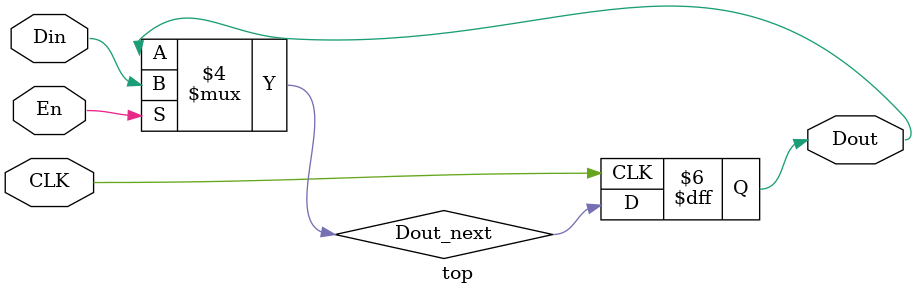
<source format=v>
module top (Din, En, CLK, Dout);
input Din, En, CLK;
output Dout;

reg Dout; // sequential
reg Dout_next; // combinational

// Combinational block
always @ ( Din or Dout or En ) begin
 if ( En ) begin
  Dout_next = Din;
 end else begin
  Dout_next = Dout;
 end
end

// Sequential block
always @ ( posedge CLK ) begin
	 Dout <= Dout_next;
 end
endmodule

</source>
